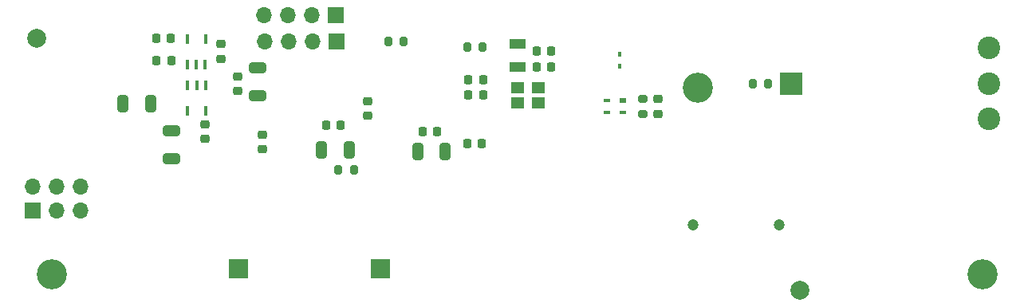
<source format=gbr>
%TF.GenerationSoftware,KiCad,Pcbnew,8.0.5*%
%TF.CreationDate,2025-03-27T16:57:56+00:00*%
%TF.ProjectId,UC_V4_4904-30028-06,55435f56-345f-4343-9930-342d33303032,rev?*%
%TF.SameCoordinates,Original*%
%TF.FileFunction,Soldermask,Top*%
%TF.FilePolarity,Negative*%
%FSLAX46Y46*%
G04 Gerber Fmt 4.6, Leading zero omitted, Abs format (unit mm)*
G04 Created by KiCad (PCBNEW 8.0.5) date 2025-03-27 16:57:56*
%MOMM*%
%LPD*%
G01*
G04 APERTURE LIST*
G04 Aperture macros list*
%AMRoundRect*
0 Rectangle with rounded corners*
0 $1 Rounding radius*
0 $2 $3 $4 $5 $6 $7 $8 $9 X,Y pos of 4 corners*
0 Add a 4 corners polygon primitive as box body*
4,1,4,$2,$3,$4,$5,$6,$7,$8,$9,$2,$3,0*
0 Add four circle primitives for the rounded corners*
1,1,$1+$1,$2,$3*
1,1,$1+$1,$4,$5*
1,1,$1+$1,$6,$7*
1,1,$1+$1,$8,$9*
0 Add four rect primitives between the rounded corners*
20,1,$1+$1,$2,$3,$4,$5,0*
20,1,$1+$1,$4,$5,$6,$7,0*
20,1,$1+$1,$6,$7,$8,$9,0*
20,1,$1+$1,$8,$9,$2,$3,0*%
G04 Aperture macros list end*
%ADD10RoundRect,0.225000X0.225000X0.250000X-0.225000X0.250000X-0.225000X-0.250000X0.225000X-0.250000X0*%
%ADD11RoundRect,0.200000X0.200000X0.275000X-0.200000X0.275000X-0.200000X-0.275000X0.200000X-0.275000X0*%
%ADD12R,0.750000X0.400000*%
%ADD13R,0.750000X0.500000*%
%ADD14RoundRect,0.250000X0.325000X0.650000X-0.325000X0.650000X-0.325000X-0.650000X0.325000X-0.650000X0*%
%ADD15R,1.400000X1.150000*%
%ADD16RoundRect,0.225000X-0.250000X0.225000X-0.250000X-0.225000X0.250000X-0.225000X0.250000X0.225000X0*%
%ADD17RoundRect,0.225000X0.250000X-0.225000X0.250000X0.225000X-0.250000X0.225000X-0.250000X-0.225000X0*%
%ADD18RoundRect,0.200000X-0.200000X-0.275000X0.200000X-0.275000X0.200000X0.275000X-0.200000X0.275000X0*%
%ADD19C,3.200000*%
%ADD20R,1.700000X1.700000*%
%ADD21O,1.700000X1.700000*%
%ADD22RoundRect,0.225000X-0.225000X-0.250000X0.225000X-0.250000X0.225000X0.250000X-0.225000X0.250000X0*%
%ADD23R,1.800000X1.000000*%
%ADD24R,0.406400X0.977900*%
%ADD25RoundRect,0.200000X0.275000X-0.200000X0.275000X0.200000X-0.275000X0.200000X-0.275000X-0.200000X0*%
%ADD26R,2.000000X2.000000*%
%ADD27C,2.000000*%
%ADD28RoundRect,0.250000X0.650000X-0.325000X0.650000X0.325000X-0.650000X0.325000X-0.650000X-0.325000X0*%
%ADD29RoundRect,0.250000X-0.650000X0.325000X-0.650000X-0.325000X0.650000X-0.325000X0.650000X0.325000X0*%
%ADD30R,0.304800X0.533400*%
%ADD31R,2.400000X2.400000*%
%ADD32C,2.400000*%
%ADD33C,1.200000*%
G04 APERTURE END LIST*
D10*
%TO.C,C13*%
X133853200Y-101052800D03*
X132303200Y-101052800D03*
%TD*%
D11*
%TO.C,R2*%
X140532600Y-92213600D03*
X138882600Y-92213600D03*
%TD*%
D12*
%TO.C,U9*%
X163758600Y-99762000D03*
D13*
X163758600Y-98462000D03*
D12*
X162108600Y-98462000D03*
X162108600Y-99762000D03*
%TD*%
D14*
%TO.C,C7*%
X144941800Y-103846800D03*
X141991800Y-103846800D03*
%TD*%
D15*
%TO.C,XTAL1*%
X152603000Y-98728600D03*
X154803000Y-98728600D03*
X154803000Y-97128600D03*
X152603000Y-97128600D03*
%TD*%
D16*
%TO.C,C49*%
X167531000Y-98311600D03*
X167531000Y-99861600D03*
%TD*%
D17*
%TO.C,C9*%
X119468200Y-102548200D03*
X119468200Y-100998200D03*
%TD*%
D18*
%TO.C,R1*%
X147264600Y-92797800D03*
X148914600Y-92797800D03*
%TD*%
D19*
%TO.C,H1*%
X103190200Y-116867600D03*
%TD*%
D17*
%TO.C,C1*%
X125558200Y-103613200D03*
X125558200Y-102063200D03*
%TD*%
%TO.C,C29*%
X136710400Y-100100600D03*
X136710400Y-98550600D03*
%TD*%
D20*
%TO.C,J4*%
X133418200Y-92198200D03*
D21*
X130878200Y-92198200D03*
X128338200Y-92198200D03*
X125798200Y-92198200D03*
%TD*%
D22*
%TO.C,C5*%
X114243200Y-91848200D03*
X115793200Y-91848200D03*
%TD*%
D23*
%TO.C,Y1*%
X152610800Y-92406000D03*
X152610800Y-94906000D03*
%TD*%
D24*
%TO.C,U2*%
X117578400Y-94638050D03*
X118518200Y-94638050D03*
X119458000Y-94638050D03*
X119470700Y-91958350D03*
X117565700Y-91958350D03*
%TD*%
D14*
%TO.C,C12*%
X134731000Y-103669000D03*
X131781000Y-103669000D03*
%TD*%
D22*
%TO.C,C50*%
X154655200Y-93204200D03*
X156205200Y-93204200D03*
%TD*%
D14*
%TO.C,C4*%
X113643200Y-98823200D03*
X110693200Y-98823200D03*
%TD*%
D25*
%TO.C,R64*%
X165880000Y-99911600D03*
X165880000Y-98261600D03*
%TD*%
D16*
%TO.C,C27*%
X122892800Y-95883600D03*
X122892800Y-97433600D03*
%TD*%
D26*
%TO.C,SW1*%
X138072800Y-116327600D03*
X122952800Y-116327600D03*
%TD*%
D27*
%TO.C,FID2*%
X101531400Y-91832600D03*
%TD*%
D19*
%TO.C,H2*%
X201945400Y-116943800D03*
%TD*%
D22*
%TO.C,C51*%
X154655200Y-94880600D03*
X156205200Y-94880600D03*
%TD*%
D28*
%TO.C,C11*%
X115868200Y-104603200D03*
X115868200Y-101653200D03*
%TD*%
D18*
%TO.C,R3*%
X177563200Y-96638200D03*
X179213200Y-96638200D03*
%TD*%
%TO.C,R4*%
X133574000Y-105853400D03*
X135224000Y-105853400D03*
%TD*%
D19*
%TO.C,H3*%
X171719400Y-97055600D03*
%TD*%
D20*
%TO.C,J1*%
X133340000Y-89416600D03*
D21*
X130800000Y-89416600D03*
X128260000Y-89416600D03*
X125720000Y-89416600D03*
%TD*%
D24*
%TO.C,U6*%
X119483000Y-96833350D03*
X118543200Y-96833350D03*
X117603400Y-96833350D03*
X117590700Y-99513050D03*
X119495700Y-99513050D03*
%TD*%
D10*
%TO.C,C10*%
X115843200Y-94248200D03*
X114293200Y-94248200D03*
%TD*%
%TO.C,C8*%
X144064000Y-101738600D03*
X142514000Y-101738600D03*
%TD*%
D22*
%TO.C,C28*%
X147289200Y-103059400D03*
X148839200Y-103059400D03*
%TD*%
D29*
%TO.C,C30*%
X125051800Y-94956800D03*
X125051800Y-97906800D03*
%TD*%
D10*
%TO.C,C2*%
X148940800Y-97827000D03*
X147390800Y-97827000D03*
%TD*%
D30*
%TO.C,D2*%
X163413600Y-93550400D03*
X163413600Y-94769600D03*
%TD*%
D10*
%TO.C,C3*%
X148940800Y-96252200D03*
X147390800Y-96252200D03*
%TD*%
D31*
%TO.C,BT1*%
X181618200Y-96648200D03*
D32*
X202618200Y-96648200D03*
X202618200Y-92898200D03*
X202618200Y-100398200D03*
%TD*%
D17*
%TO.C,C6*%
X121143200Y-94023200D03*
X121143200Y-92473200D03*
%TD*%
D27*
%TO.C,FID1*%
X182608200Y-118604200D03*
%TD*%
D20*
%TO.C,J3*%
X101108200Y-110148200D03*
D21*
X101108200Y-107608200D03*
X103648200Y-110148200D03*
X103648200Y-107608200D03*
X106188200Y-110148200D03*
X106188200Y-107608200D03*
%TD*%
D33*
%TO.C,U3*%
X171278200Y-111658200D03*
X180428200Y-111658200D03*
%TD*%
M02*

</source>
